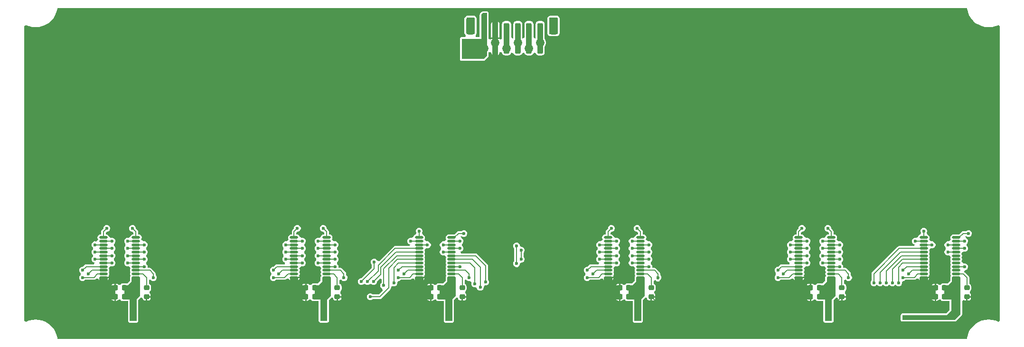
<source format=gbl>
G04*
G04 #@! TF.GenerationSoftware,Altium Limited,Altium Designer,21.3.2 (30)*
G04*
G04 Layer_Physical_Order=2*
G04 Layer_Color=16711680*
%FSLAX44Y44*%
%MOMM*%
G71*
G04*
G04 #@! TF.SameCoordinates,78750805-DB91-4CD3-9BAD-7DFD151DFB16*
G04*
G04*
G04 #@! TF.FilePolarity,Positive*
G04*
G01*
G75*
%ADD10C,0.2000*%
%ADD20C,0.6000*%
%ADD21C,1.5000*%
G04:AMPARAMS|DCode=22|XSize=0.95mm|YSize=0.9mm|CornerRadius=0.225mm|HoleSize=0mm|Usage=FLASHONLY|Rotation=180.000|XOffset=0mm|YOffset=0mm|HoleType=Round|Shape=RoundedRectangle|*
%AMROUNDEDRECTD22*
21,1,0.9500,0.4500,0,0,180.0*
21,1,0.5000,0.9000,0,0,180.0*
1,1,0.4500,-0.2500,0.2250*
1,1,0.4500,0.2500,0.2250*
1,1,0.4500,0.2500,-0.2250*
1,1,0.4500,-0.2500,-0.2250*
%
%ADD22ROUNDEDRECTD22*%
G04:AMPARAMS|DCode=23|XSize=0.95mm|YSize=0.9mm|CornerRadius=0.225mm|HoleSize=0mm|Usage=FLASHONLY|Rotation=90.000|XOffset=0mm|YOffset=0mm|HoleType=Round|Shape=RoundedRectangle|*
%AMROUNDEDRECTD23*
21,1,0.9500,0.4500,0,0,90.0*
21,1,0.5000,0.9000,0,0,90.0*
1,1,0.4500,0.2250,0.2500*
1,1,0.4500,0.2250,-0.2500*
1,1,0.4500,-0.2250,-0.2500*
1,1,0.4500,-0.2250,0.2500*
%
%ADD23ROUNDEDRECTD23*%
%ADD24O,1.5000X0.4500*%
G04:AMPARAMS|DCode=25|XSize=1.6mm|YSize=3mm|CornerRadius=0.4mm|HoleSize=0mm|Usage=FLASHONLY|Rotation=0.000|XOffset=0mm|YOffset=0mm|HoleType=Round|Shape=RoundedRectangle|*
%AMROUNDEDRECTD25*
21,1,1.6000,2.2000,0,0,0.0*
21,1,0.8000,3.0000,0,0,0.0*
1,1,0.8000,0.4000,-1.1000*
1,1,0.8000,-0.4000,-1.1000*
1,1,0.8000,-0.4000,1.1000*
1,1,0.8000,0.4000,1.1000*
%
%ADD25ROUNDEDRECTD25*%
G04:AMPARAMS|DCode=26|XSize=1mm|YSize=5.5mm|CornerRadius=0.25mm|HoleSize=0mm|Usage=FLASHONLY|Rotation=0.000|XOffset=0mm|YOffset=0mm|HoleType=Round|Shape=RoundedRectangle|*
%AMROUNDEDRECTD26*
21,1,1.0000,5.0000,0,0,0.0*
21,1,0.5000,5.5000,0,0,0.0*
1,1,0.5000,0.2500,-2.5000*
1,1,0.5000,-0.2500,-2.5000*
1,1,0.5000,-0.2500,2.5000*
1,1,0.5000,0.2500,2.5000*
%
%ADD26ROUNDEDRECTD26*%
%ADD27C,1.0000*%
G36*
X1661093Y593838D02*
X1662536Y587827D01*
X1664902Y582117D01*
X1668132Y576846D01*
X1672146Y572146D01*
X1676846Y568132D01*
X1682117Y564902D01*
X1687827Y562537D01*
X1693838Y561093D01*
X1700000Y560609D01*
X1706162Y561093D01*
X1712173Y562537D01*
X1716902Y564496D01*
X1719902Y563001D01*
Y36999D01*
X1716902Y35505D01*
X1712173Y37464D01*
X1706162Y38907D01*
X1700000Y39391D01*
X1693838Y38907D01*
X1687827Y37464D01*
X1682117Y35098D01*
X1676846Y31868D01*
X1672146Y27854D01*
X1668132Y23154D01*
X1664902Y17883D01*
X1662536Y12173D01*
X1661093Y6162D01*
X1661010Y5098D01*
X38990D01*
X38907Y6162D01*
X37464Y12173D01*
X35098Y17883D01*
X31868Y23154D01*
X27854Y27854D01*
X23154Y31868D01*
X17883Y35098D01*
X12173Y37464D01*
X6162Y38907D01*
X0Y39391D01*
X-6162Y38907D01*
X-12173Y37464D01*
X-16902Y35504D01*
X-19902Y36999D01*
Y563001D01*
X-16902Y564496D01*
X-12173Y562537D01*
X-6162Y561093D01*
X0Y560609D01*
X6162Y561093D01*
X12173Y562537D01*
X17883Y564902D01*
X23154Y568132D01*
X27854Y572146D01*
X31868Y576846D01*
X35098Y582117D01*
X37464Y587827D01*
X38907Y593838D01*
X38990Y594902D01*
X1661010D01*
X1661093Y593838D01*
D02*
G37*
%LPC*%
G36*
X928000Y581060D02*
X920000D01*
X919541Y581000D01*
X917806D01*
X915601Y580087D01*
X913913Y578399D01*
X913000Y576194D01*
Y574459D01*
X912940Y574000D01*
Y552000D01*
X913000Y551541D01*
Y549807D01*
X913913Y547601D01*
X915601Y545913D01*
X917806Y545000D01*
X919541D01*
X920000Y544940D01*
X928000D01*
X928459Y545000D01*
X930193D01*
X932399Y545913D01*
X934087Y547601D01*
X935000Y549807D01*
Y551542D01*
X935060Y552000D01*
Y574000D01*
X935000Y574458D01*
Y576194D01*
X934087Y578399D01*
X932399Y580087D01*
X930193Y581000D01*
X928459D01*
X928000Y581060D01*
D02*
G37*
G36*
X805000Y589059D02*
X798000D01*
X796829Y588826D01*
X795837Y588163D01*
X795837Y588163D01*
X792837Y585163D01*
X792174Y584171D01*
X791941Y583000D01*
X791941Y583000D01*
Y566246D01*
X791892Y566000D01*
Y543059D01*
X785346D01*
X784594Y545324D01*
X784544Y546059D01*
X786087Y547601D01*
X787000Y549807D01*
Y551542D01*
X787060Y552000D01*
Y574000D01*
X787000Y574458D01*
Y576194D01*
X786087Y578399D01*
X784399Y580087D01*
X782194Y581000D01*
X780459D01*
X780000Y581060D01*
X772000D01*
X771541Y581000D01*
X769807D01*
X767601Y580087D01*
X765913Y578399D01*
X765000Y576194D01*
Y574459D01*
X764940Y574000D01*
Y552000D01*
X765000Y551541D01*
Y549807D01*
X765913Y547601D01*
X767456Y546059D01*
X767406Y545324D01*
X766654Y543059D01*
X760000D01*
X758829Y542826D01*
X757837Y542163D01*
X757174Y541171D01*
X756941Y540000D01*
Y504000D01*
X757174Y502830D01*
X757837Y501837D01*
X758829Y501174D01*
X760000Y500941D01*
X799000D01*
X799000Y500941D01*
X800171Y501174D01*
X801163Y501837D01*
X801163Y501837D01*
X807163Y507837D01*
X807826Y508829D01*
X808059Y510000D01*
X808059Y510000D01*
Y515754D01*
X808074Y515828D01*
X808397Y516265D01*
X809402Y517187D01*
X812165Y516094D01*
X812418Y515920D01*
X812790Y514049D01*
X813895Y512395D01*
X815549Y511290D01*
X817500Y510902D01*
X818750D01*
Y539750D01*
X812042D01*
X811108Y538847D01*
X808108Y540120D01*
Y566000D01*
X808059Y566246D01*
Y586000D01*
X807826Y587170D01*
X807163Y588163D01*
X806171Y588826D01*
X805000Y589059D01*
D02*
G37*
G36*
X822500Y571098D02*
X821250D01*
Y542250D01*
X827598D01*
Y566000D01*
X827210Y567951D01*
X826105Y569605D01*
X824451Y570710D01*
X822500Y571098D01*
D02*
G37*
G36*
X818750D02*
X817500D01*
X815549Y570710D01*
X813895Y569605D01*
X812790Y567951D01*
X812402Y566000D01*
Y542250D01*
X818750D01*
Y571098D01*
D02*
G37*
G36*
X902500Y571608D02*
X897500D01*
X895354Y571181D01*
X893535Y569965D01*
X892319Y568146D01*
X891892Y566000D01*
Y541489D01*
X891108Y540813D01*
X888108Y542187D01*
Y566000D01*
X887681Y568146D01*
X886465Y569965D01*
X884646Y571181D01*
X882500Y571608D01*
X877500D01*
X875354Y571181D01*
X873535Y569965D01*
X872319Y568146D01*
X871892Y566000D01*
Y542187D01*
X868892Y540813D01*
X868108Y541490D01*
Y566000D01*
X867681Y568146D01*
X866465Y569965D01*
X864646Y571181D01*
X862500Y571608D01*
X857500D01*
X855354Y571181D01*
X853535Y569965D01*
X852319Y568146D01*
X851892Y566000D01*
Y541489D01*
X851108Y540813D01*
X848108Y542187D01*
Y566000D01*
X847681Y568146D01*
X846465Y569965D01*
X844646Y571181D01*
X842500Y571608D01*
X837500D01*
X835354Y571181D01*
X833535Y569965D01*
X832319Y568146D01*
X831892Y566000D01*
Y540120D01*
X828892Y538848D01*
X827959Y539750D01*
X821250D01*
Y510902D01*
X822500D01*
X824451Y511290D01*
X826105Y512395D01*
X827210Y514049D01*
X827582Y515920D01*
X827835Y516094D01*
X830598Y517187D01*
X831603Y516265D01*
X831926Y515829D01*
X832319Y513854D01*
X833535Y512035D01*
X835354Y510819D01*
X837500Y510392D01*
X842500D01*
X844646Y510819D01*
X846465Y512035D01*
X847681Y513854D01*
X847851Y514707D01*
X848979Y515561D01*
X852238Y514264D01*
X852319Y513854D01*
X853535Y512035D01*
X855354Y510819D01*
X857500Y510392D01*
X862500D01*
X864646Y510819D01*
X866465Y512035D01*
X867681Y513854D01*
X867762Y514264D01*
X871021Y515561D01*
X872149Y514708D01*
X872319Y513854D01*
X873535Y512035D01*
X875354Y510819D01*
X877500Y510392D01*
X882500D01*
X884646Y510819D01*
X886465Y512035D01*
X887681Y513854D01*
X887851Y514707D01*
X888979Y515561D01*
X892238Y514264D01*
X892319Y513854D01*
X893535Y512035D01*
X895354Y510819D01*
X897500Y510392D01*
X902500D01*
X904646Y510819D01*
X906465Y512035D01*
X907681Y513854D01*
X908108Y516000D01*
Y526259D01*
X908402Y526553D01*
X909784Y528947D01*
X910500Y531618D01*
Y534382D01*
X909784Y537053D01*
X908402Y539447D01*
X908108Y539742D01*
Y566000D01*
X907681Y568146D01*
X906465Y569965D01*
X904646Y571181D01*
X902500Y571608D01*
D02*
G37*
G36*
X1665193Y199000D02*
X1662807D01*
X1660601Y198086D01*
X1659593Y197078D01*
X1654500D01*
X1654500Y197078D01*
X1652939Y196768D01*
X1651616Y195884D01*
X1651616Y195884D01*
X1646835Y191103D01*
X1636750D01*
X1634702Y190695D01*
X1632965Y189535D01*
X1631805Y187799D01*
X1631397Y185750D01*
X1631805Y183702D01*
X1632608Y182500D01*
X1631805Y181298D01*
X1631647Y180508D01*
X1629053Y178763D01*
X1628460Y178640D01*
X1628194Y178750D01*
X1625806D01*
X1623601Y177837D01*
X1621913Y176149D01*
X1621000Y173944D01*
Y171557D01*
X1621913Y169351D01*
X1623304Y167961D01*
X1623467Y166250D01*
X1623304Y164539D01*
X1621913Y163149D01*
X1621000Y160944D01*
Y158557D01*
X1621913Y156351D01*
X1623601Y154663D01*
X1625806Y153750D01*
X1628194D01*
X1628460Y153860D01*
X1629053Y153737D01*
X1631647Y151992D01*
X1631805Y151202D01*
X1632608Y150000D01*
X1631805Y148799D01*
X1631397Y146750D01*
X1631805Y144702D01*
X1632608Y143500D01*
X1631805Y142298D01*
X1631397Y140250D01*
X1631805Y138202D01*
X1632608Y137000D01*
X1631805Y135799D01*
X1631397Y133750D01*
X1631805Y131702D01*
X1632608Y130500D01*
X1631805Y129298D01*
X1631397Y127250D01*
X1631805Y125202D01*
X1632608Y124000D01*
X1631805Y122799D01*
X1631397Y120750D01*
X1631805Y118702D01*
X1632608Y117500D01*
X1631805Y116298D01*
X1631397Y114250D01*
X1631441Y114029D01*
Y108767D01*
X1626483Y103809D01*
X1623472D01*
X1623250Y103853D01*
X1618750D01*
X1616702Y103445D01*
X1614965Y102285D01*
X1614366Y101389D01*
X1614298Y101362D01*
X1611430Y101268D01*
X1611033Y101389D01*
X1610675Y101925D01*
X1609103Y102974D01*
X1607250Y103343D01*
X1606250D01*
Y96000D01*
X1605000D01*
Y80000D01*
X1606250D01*
Y72657D01*
X1607250D01*
X1609103Y73026D01*
X1610675Y74075D01*
X1611033Y74611D01*
X1611430Y74732D01*
X1614298Y74638D01*
X1614366Y74611D01*
X1614965Y73715D01*
X1616702Y72555D01*
X1618750Y72147D01*
X1623250D01*
X1623472Y72191D01*
X1629941D01*
Y56267D01*
X1623733Y50059D01*
X1546000D01*
X1544830Y49826D01*
X1543837Y49163D01*
X1543174Y48170D01*
X1542941Y47000D01*
Y39000D01*
X1543174Y37829D01*
X1543837Y36837D01*
X1544830Y36174D01*
X1546000Y35941D01*
X1640000D01*
X1641171Y36174D01*
X1642163Y36837D01*
X1651663Y46337D01*
X1652326Y47329D01*
X1652559Y48500D01*
X1652559Y48500D01*
Y72692D01*
X1653736Y73456D01*
X1655559Y74002D01*
X1656647Y73276D01*
X1658500Y72907D01*
X1659750D01*
Y80000D01*
X1661000D01*
Y81250D01*
X1668343D01*
Y82250D01*
X1667974Y84103D01*
X1666925Y85675D01*
X1666389Y86033D01*
X1666268Y86430D01*
X1666362Y89298D01*
X1666389Y89366D01*
X1667285Y89965D01*
X1668445Y91702D01*
X1668853Y93750D01*
Y98250D01*
X1668445Y100299D01*
X1667285Y102035D01*
X1665549Y103195D01*
X1665078Y103289D01*
Y114250D01*
X1665078Y114250D01*
X1664768Y115811D01*
X1663884Y117134D01*
X1663884Y117134D01*
X1657384Y123634D01*
X1656365Y124315D01*
X1656100Y125569D01*
X1657885Y127750D01*
X1658194D01*
X1660399Y128664D01*
X1662086Y130351D01*
X1663000Y132557D01*
Y134944D01*
X1662086Y137149D01*
X1660399Y138837D01*
X1658194Y139750D01*
X1655806D01*
X1655540Y139640D01*
X1654947Y139763D01*
X1652353Y141508D01*
X1652195Y142298D01*
X1651393Y143500D01*
X1652195Y144702D01*
X1652603Y146750D01*
X1652195Y148799D01*
X1651393Y150000D01*
X1652195Y151202D01*
X1652603Y153250D01*
X1652195Y155298D01*
X1651393Y156500D01*
X1652195Y157702D01*
X1652353Y158492D01*
X1654947Y160237D01*
X1655540Y160360D01*
X1655806Y160250D01*
X1658194D01*
X1660399Y161164D01*
X1662086Y162851D01*
X1663000Y165056D01*
Y167444D01*
X1662086Y169649D01*
X1660696Y171039D01*
X1660533Y172750D01*
X1660696Y174461D01*
X1662086Y175851D01*
X1663000Y178057D01*
Y180443D01*
X1662086Y182649D01*
X1660399Y184337D01*
X1659250Y184813D01*
X1657972Y187441D01*
X1660601Y187913D01*
X1662807Y187000D01*
X1665193D01*
X1667399Y187913D01*
X1669087Y189601D01*
X1670000Y191807D01*
Y194193D01*
X1669087Y196399D01*
X1667399Y198086D01*
X1665193Y199000D01*
D02*
G37*
G36*
X765193D02*
X762806D01*
X760601Y198086D01*
X759593Y197078D01*
X754500D01*
X754500Y197078D01*
X752939Y196768D01*
X751616Y195884D01*
X751616Y195884D01*
X746835Y191103D01*
X736750D01*
X734702Y190695D01*
X732965Y189535D01*
X731805Y187799D01*
X731397Y185750D01*
X731805Y183702D01*
X732607Y182500D01*
X731805Y181298D01*
X731647Y180508D01*
X729053Y178763D01*
X728460Y178640D01*
X728194Y178750D01*
X725807D01*
X723601Y177837D01*
X721913Y176149D01*
X721000Y173944D01*
Y171557D01*
X721913Y169351D01*
X723304Y167961D01*
X723467Y166250D01*
X723304Y164539D01*
X721913Y163149D01*
X721000Y160944D01*
Y158557D01*
X721913Y156351D01*
X723601Y154663D01*
X725807Y153750D01*
X728194D01*
X728460Y153860D01*
X729053Y153737D01*
X731647Y151992D01*
X731805Y151202D01*
X732607Y150000D01*
X731805Y148799D01*
X731397Y146750D01*
X731805Y144702D01*
X732607Y143500D01*
X731805Y142298D01*
X731397Y140250D01*
X731805Y138202D01*
X732607Y137000D01*
X731805Y135799D01*
X731397Y133750D01*
X731805Y131702D01*
X732607Y130500D01*
X731805Y129298D01*
X731397Y127250D01*
X731805Y125202D01*
X732607Y124000D01*
X731805Y122799D01*
X731397Y120750D01*
X731805Y118702D01*
X732607Y117500D01*
X731805Y116298D01*
X731397Y114250D01*
X731441Y114029D01*
Y108767D01*
X726483Y103809D01*
X723472D01*
X723250Y103853D01*
X718750D01*
X716702Y103445D01*
X714965Y102285D01*
X714366Y101389D01*
X714298Y101362D01*
X711430Y101268D01*
X711033Y101389D01*
X710675Y101925D01*
X709103Y102974D01*
X707250Y103343D01*
X706250D01*
Y96000D01*
X705000D01*
Y80000D01*
X706250D01*
Y72657D01*
X707250D01*
X709103Y73026D01*
X710675Y74075D01*
X711033Y74611D01*
X711430Y74732D01*
X714298Y74638D01*
X714366Y74611D01*
X714965Y73715D01*
X716702Y72555D01*
X718750Y72147D01*
X723250D01*
X723472Y72191D01*
X727941D01*
Y37000D01*
X728174Y35830D01*
X728837Y34837D01*
X729829Y34174D01*
X731000Y33941D01*
X743250D01*
X744420Y34174D01*
X745413Y34837D01*
X746076Y35830D01*
X746309Y37000D01*
Y73983D01*
X750657Y78331D01*
X752251Y78022D01*
X753767Y77198D01*
X754026Y75897D01*
X755075Y74325D01*
X756647Y73276D01*
X758500Y72907D01*
X759750D01*
Y80000D01*
X761000D01*
Y81250D01*
X768343D01*
Y82250D01*
X767974Y84103D01*
X766925Y85675D01*
X766389Y86033D01*
X766268Y86430D01*
X766362Y89298D01*
X766389Y89366D01*
X767285Y89965D01*
X768445Y91702D01*
X768853Y93750D01*
Y98250D01*
X768445Y100299D01*
X767285Y102035D01*
X765548Y103195D01*
X765078Y103289D01*
Y109856D01*
X767263Y110623D01*
X768078Y110686D01*
X769601Y109163D01*
X771806Y108250D01*
X774193D01*
X777215Y106340D01*
X777520Y105449D01*
X777000Y104193D01*
Y101806D01*
X777914Y99601D01*
X779601Y97913D01*
X781806Y97000D01*
X784193D01*
X787000Y95807D01*
X787913Y93601D01*
X789601Y91913D01*
X791806Y91000D01*
X794193D01*
X796399Y91913D01*
X798086Y93601D01*
X799000Y95807D01*
Y97915D01*
X799926Y98939D01*
X801435Y100154D01*
X801806Y100000D01*
X804193D01*
X806399Y100913D01*
X808086Y102601D01*
X809000Y104806D01*
Y107193D01*
X808086Y109399D01*
X807078Y110407D01*
Y135000D01*
X806768Y136561D01*
X805884Y137884D01*
X787634Y156134D01*
X786311Y157018D01*
X784750Y157328D01*
X784750Y157328D01*
X758383D01*
X758194Y160250D01*
X760399Y161164D01*
X762086Y162851D01*
X763000Y165056D01*
Y167444D01*
X762086Y169649D01*
X760696Y171039D01*
X760533Y172750D01*
X760696Y174461D01*
X762086Y175851D01*
X763000Y178057D01*
Y180443D01*
X762086Y182649D01*
X760399Y184337D01*
X759249Y184813D01*
X757972Y187441D01*
X760601Y187913D01*
X762806Y187000D01*
X765193D01*
X767399Y187913D01*
X769087Y189601D01*
X770000Y191807D01*
Y194193D01*
X769087Y196399D01*
X767399Y198086D01*
X765193Y199000D01*
D02*
G37*
G36*
X514193Y208000D02*
X511806D01*
X509601Y207087D01*
X507914Y205399D01*
X507000Y203193D01*
Y200807D01*
X507914Y198601D01*
X509601Y196913D01*
X511806Y196000D01*
X513232D01*
X514922Y194311D01*
Y191103D01*
X513750D01*
X511702Y190695D01*
X509965Y189535D01*
X508805Y187799D01*
X508647Y187008D01*
X506053Y185263D01*
X505460Y185140D01*
X505193Y185250D01*
X502807D01*
X500601Y184337D01*
X498913Y182649D01*
X498000Y180443D01*
Y178057D01*
X498913Y175851D01*
X500304Y174461D01*
X500467Y172750D01*
X500304Y171039D01*
X498913Y169649D01*
X498000Y167444D01*
Y165056D01*
X498913Y162851D01*
X500304Y161461D01*
X500467Y159750D01*
X500304Y158039D01*
X498913Y156649D01*
X498000Y154444D01*
Y152057D01*
X498913Y149851D01*
X500304Y148461D01*
X500467Y146750D01*
X500304Y145039D01*
X498913Y143649D01*
X498000Y141444D01*
Y139057D01*
X498913Y136851D01*
X500601Y135163D01*
X502807Y134250D01*
X505193D01*
X505460Y134360D01*
X506053Y134237D01*
X508647Y132492D01*
X508805Y131702D01*
X509608Y130500D01*
X508805Y129298D01*
X508397Y127250D01*
X508805Y125202D01*
X509608Y124000D01*
X508805Y122799D01*
X508397Y120750D01*
X508805Y118702D01*
X509608Y117500D01*
X508805Y116298D01*
X508397Y114250D01*
X508441Y114029D01*
Y108767D01*
X503483Y103809D01*
X500472D01*
X500250Y103853D01*
X495750D01*
X493702Y103445D01*
X491965Y102285D01*
X491366Y101389D01*
X491298Y101362D01*
X488430Y101268D01*
X488033Y101389D01*
X487675Y101925D01*
X486103Y102974D01*
X484250Y103343D01*
X483250D01*
Y96000D01*
X482000D01*
Y94750D01*
X482000D01*
Y81250D01*
X482000D01*
Y80000D01*
X483250D01*
Y72657D01*
X484250D01*
X486103Y73026D01*
X487675Y74075D01*
X488033Y74611D01*
X488430Y74732D01*
X491298Y74638D01*
X491366Y74611D01*
X491965Y73715D01*
X493702Y72555D01*
X495750Y72147D01*
X500250D01*
X500472Y72191D01*
X504941D01*
Y37000D01*
X505174Y35830D01*
X505837Y34837D01*
X506829Y34174D01*
X508000Y33941D01*
X520250D01*
X521421Y34174D01*
X522413Y34837D01*
X523076Y35830D01*
X523309Y37000D01*
Y73983D01*
X527657Y78331D01*
X529251Y78022D01*
X530767Y77198D01*
X531026Y75897D01*
X532075Y74325D01*
X533647Y73276D01*
X535500Y72907D01*
X536750D01*
Y80000D01*
X538000D01*
Y81250D01*
X545343D01*
Y82250D01*
X544974Y84103D01*
X543925Y85675D01*
X543389Y86033D01*
X543268Y86430D01*
X543362Y89298D01*
X543389Y89366D01*
X544285Y89965D01*
X545445Y91702D01*
X545853Y93750D01*
Y98250D01*
X545445Y100299D01*
X544285Y102035D01*
X542548Y103195D01*
X542078Y103289D01*
Y109856D01*
X544263Y110623D01*
X545078Y110686D01*
X546601Y109163D01*
X548806Y108250D01*
X551194D01*
X553399Y109163D01*
X555087Y110851D01*
X556000Y113056D01*
Y115443D01*
X555087Y117649D01*
X554078Y118657D01*
Y121000D01*
X554078Y121000D01*
X553768Y122561D01*
X552884Y123884D01*
X546634Y130134D01*
X545311Y131018D01*
X543750Y131328D01*
X543750Y131328D01*
X540821D01*
X540000Y132557D01*
Y134944D01*
X539087Y137149D01*
X537696Y138539D01*
X537533Y140250D01*
X537696Y141961D01*
X539087Y143351D01*
X540000Y145557D01*
Y147943D01*
X539087Y150149D01*
X537696Y151539D01*
X537533Y153250D01*
X537696Y154961D01*
X539087Y156351D01*
X540000Y158557D01*
Y160944D01*
X539087Y163149D01*
X537696Y164539D01*
X537533Y166250D01*
X537696Y167961D01*
X539087Y169351D01*
X540000Y171557D01*
Y173944D01*
X539087Y176149D01*
X537399Y177837D01*
X535193Y178750D01*
X532807D01*
X532540Y178640D01*
X531947Y178763D01*
X529353Y180508D01*
X529195Y181298D01*
X528392Y182500D01*
X529195Y183702D01*
X529603Y185750D01*
X529195Y187799D01*
X528035Y189535D01*
X526298Y190695D01*
X524250Y191103D01*
X523078D01*
Y196000D01*
X523078Y196000D01*
X522768Y197561D01*
X521884Y198884D01*
X521884Y198884D01*
X519000Y201768D01*
Y203193D01*
X518087Y205399D01*
X516399Y207087D01*
X514193Y208000D01*
D02*
G37*
G36*
X174193D02*
X171807D01*
X169601Y207087D01*
X167913Y205399D01*
X167000Y203193D01*
Y200807D01*
X167913Y198601D01*
X169601Y196913D01*
X171807Y196000D01*
X173232D01*
X174922Y194311D01*
Y191103D01*
X173750D01*
X171702Y190695D01*
X169965Y189535D01*
X168805Y187799D01*
X168647Y187008D01*
X166053Y185263D01*
X165460Y185140D01*
X165194Y185250D01*
X162806D01*
X160601Y184337D01*
X158913Y182649D01*
X158000Y180443D01*
Y178057D01*
X158913Y175851D01*
X160304Y174461D01*
X160467Y172750D01*
X160304Y171039D01*
X158913Y169649D01*
X158000Y167444D01*
Y165056D01*
X158913Y162851D01*
X160304Y161461D01*
X160467Y159750D01*
X160304Y158039D01*
X158913Y156649D01*
X158000Y154444D01*
Y152057D01*
X158913Y149851D01*
X160304Y148461D01*
X160467Y146750D01*
X160304Y145039D01*
X158913Y143649D01*
X158000Y141444D01*
Y139057D01*
X158913Y136851D01*
X160601Y135163D01*
X162806Y134250D01*
X165194D01*
X165460Y134360D01*
X166053Y134237D01*
X168647Y132492D01*
X168805Y131702D01*
X169608Y130500D01*
X168805Y129298D01*
X168397Y127250D01*
X168805Y125202D01*
X169608Y124000D01*
X168805Y122799D01*
X168397Y120750D01*
X168805Y118702D01*
X169608Y117500D01*
X168805Y116298D01*
X168397Y114250D01*
X168441Y114029D01*
Y108767D01*
X163483Y103809D01*
X160472D01*
X160250Y103853D01*
X155750D01*
X153702Y103445D01*
X151965Y102285D01*
X151366Y101389D01*
X151298Y101362D01*
X148430Y101268D01*
X148033Y101389D01*
X147675Y101925D01*
X146103Y102974D01*
X144250Y103343D01*
X143250D01*
Y96000D01*
X142000D01*
Y94750D01*
D01*
Y80000D01*
X143250D01*
Y72657D01*
X144250D01*
X146103Y73026D01*
X147675Y74075D01*
X148033Y74611D01*
X148430Y74732D01*
X151298Y74638D01*
X151366Y74611D01*
X151965Y73715D01*
X153702Y72555D01*
X155750Y72147D01*
X160250D01*
X160472Y72191D01*
X164941D01*
Y37000D01*
X165174Y35830D01*
X165837Y34837D01*
X166829Y34174D01*
X168000Y33941D01*
X180250D01*
X181420Y34174D01*
X182413Y34837D01*
X183076Y35830D01*
X183309Y37000D01*
Y73983D01*
X187657Y78331D01*
X189251Y78022D01*
X190767Y77198D01*
X191026Y75897D01*
X192075Y74325D01*
X193647Y73276D01*
X195500Y72907D01*
X196750D01*
Y80000D01*
X198000D01*
Y81250D01*
X205343D01*
Y82250D01*
X204974Y84103D01*
X203925Y85675D01*
X203389Y86033D01*
X203268Y86430D01*
X203362Y89298D01*
X203389Y89366D01*
X204285Y89965D01*
X205445Y91702D01*
X205853Y93750D01*
Y98250D01*
X205445Y100299D01*
X204285Y102035D01*
X202549Y103195D01*
X202078Y103289D01*
Y109856D01*
X204263Y110623D01*
X205078Y110686D01*
X206601Y109163D01*
X208806Y108250D01*
X211194D01*
X213399Y109163D01*
X215087Y110851D01*
X216000Y113056D01*
Y115443D01*
X215087Y117649D01*
X214078Y118657D01*
Y121000D01*
X214078Y121000D01*
X213768Y122561D01*
X212884Y123884D01*
X206634Y130134D01*
X205311Y131018D01*
X203750Y131328D01*
X203750Y131328D01*
X200821D01*
X200000Y132557D01*
Y134944D01*
X199086Y137149D01*
X197696Y138539D01*
X197533Y140250D01*
X197696Y141961D01*
X199086Y143351D01*
X200000Y145557D01*
Y147943D01*
X199086Y150149D01*
X197696Y151539D01*
X197533Y153250D01*
X197696Y154961D01*
X199086Y156351D01*
X200000Y158557D01*
Y160944D01*
X199086Y163149D01*
X197696Y164539D01*
X197533Y166250D01*
X197696Y167961D01*
X199086Y169351D01*
X200000Y171557D01*
Y173944D01*
X199086Y176149D01*
X197399Y177837D01*
X195194Y178750D01*
X192806D01*
X192540Y178640D01*
X191947Y178763D01*
X189353Y180508D01*
X189195Y181298D01*
X188393Y182500D01*
X189195Y183702D01*
X189603Y185750D01*
X189195Y187799D01*
X188035Y189535D01*
X186298Y190695D01*
X184250Y191103D01*
X183078D01*
Y196000D01*
X183078Y196000D01*
X182768Y197561D01*
X181884Y198884D01*
X181884Y198884D01*
X179000Y201768D01*
Y203193D01*
X178087Y205399D01*
X176399Y207087D01*
X174193Y208000D01*
D02*
G37*
G36*
X1585193Y203000D02*
X1582807D01*
X1580601Y202087D01*
X1578914Y200399D01*
X1578000Y198193D01*
Y195807D01*
X1578712Y194087D01*
X1578716Y193744D01*
X1578176Y192228D01*
X1577431Y190841D01*
X1576702Y190695D01*
X1574965Y189535D01*
X1573805Y187799D01*
X1573647Y187008D01*
X1571053Y185263D01*
X1570460Y185140D01*
X1570193Y185250D01*
X1567807D01*
X1565601Y184337D01*
X1563914Y182649D01*
X1563000Y180443D01*
Y178057D01*
X1563914Y175851D01*
X1565601Y174163D01*
X1567807Y173250D01*
X1567617Y170328D01*
X1540250D01*
X1538689Y170018D01*
X1537366Y169134D01*
X1537366Y169134D01*
X1492116Y123884D01*
X1491232Y122561D01*
X1490922Y121000D01*
X1490922Y121000D01*
Y109407D01*
X1489913Y108399D01*
X1489000Y106194D01*
Y103806D01*
X1489913Y101601D01*
X1491601Y99913D01*
X1493806Y99000D01*
X1496194D01*
X1498399Y99913D01*
X1498540Y100055D01*
X1500500Y101332D01*
X1502460Y100055D01*
X1502601Y99913D01*
X1504807Y99000D01*
X1507193D01*
X1509399Y99913D01*
X1509540Y100055D01*
X1511500Y101332D01*
X1513460Y100055D01*
X1513601Y99913D01*
X1515806Y99000D01*
X1518194D01*
X1520399Y99913D01*
X1520540Y100055D01*
X1522500Y101332D01*
X1524460Y100055D01*
X1524601Y99913D01*
X1526806Y99000D01*
X1529194D01*
X1531399Y99913D01*
X1531540Y100055D01*
X1533500Y101332D01*
X1535460Y100055D01*
X1535601Y99913D01*
X1537807Y99000D01*
X1540193D01*
X1542399Y99913D01*
X1544086Y101601D01*
X1545000Y103806D01*
Y105478D01*
X1545277Y106432D01*
X1547395Y108250D01*
X1548194D01*
X1550399Y109164D01*
X1551407Y110172D01*
X1567000D01*
X1567000Y110172D01*
X1568561Y110482D01*
X1569884Y111366D01*
X1571167Y112649D01*
X1572328Y112555D01*
X1574629Y111868D01*
X1575325Y110826D01*
X1576500Y110041D01*
Y114250D01*
X1582750D01*
Y114250D01*
X1584000D01*
Y115397D01*
X1589250D01*
X1589770Y115500D01*
X1593844D01*
X1593724Y116103D01*
X1593092Y117050D01*
X1594195Y118702D01*
X1594603Y120750D01*
X1594195Y122799D01*
X1593392Y124000D01*
X1594195Y125202D01*
X1594603Y127250D01*
X1594195Y129298D01*
X1593392Y130500D01*
X1594195Y131702D01*
X1594603Y133750D01*
X1594195Y135799D01*
X1593392Y137000D01*
X1594195Y138202D01*
X1594603Y140250D01*
X1594195Y142298D01*
X1593392Y143500D01*
X1594195Y144702D01*
X1594603Y146750D01*
X1594195Y148799D01*
X1593392Y150000D01*
X1594195Y151202D01*
X1594603Y153250D01*
X1594195Y155298D01*
X1593392Y156500D01*
X1594195Y157702D01*
X1594603Y159750D01*
X1594195Y161798D01*
X1593392Y163000D01*
X1594195Y164202D01*
X1594353Y164992D01*
X1596947Y166737D01*
X1597540Y166860D01*
X1597807Y166750D01*
X1600193D01*
X1602399Y167663D01*
X1604087Y169351D01*
X1605000Y171557D01*
Y173944D01*
X1604087Y176149D01*
X1602399Y177837D01*
X1600193Y178750D01*
X1597807D01*
X1597540Y178640D01*
X1596947Y178763D01*
X1594353Y180508D01*
X1594195Y181298D01*
X1593392Y182500D01*
X1594195Y183702D01*
X1594603Y185750D01*
X1594195Y187799D01*
X1593035Y189535D01*
X1591298Y190695D01*
X1590569Y190841D01*
X1589824Y192228D01*
X1589283Y193744D01*
X1589288Y194087D01*
X1590000Y195807D01*
Y198193D01*
X1589087Y200399D01*
X1587399Y202087D01*
X1585193Y203000D01*
D02*
G37*
G36*
X1414194Y208000D02*
X1411806D01*
X1409601Y207087D01*
X1407913Y205399D01*
X1407000Y203193D01*
Y200807D01*
X1407913Y198601D01*
X1409601Y196913D01*
X1411806Y196000D01*
X1413232D01*
X1414922Y194311D01*
Y191103D01*
X1413750D01*
X1411702Y190695D01*
X1409965Y189535D01*
X1408805Y187799D01*
X1408647Y187008D01*
X1406053Y185263D01*
X1405460Y185140D01*
X1405193Y185250D01*
X1402807D01*
X1400601Y184337D01*
X1398913Y182649D01*
X1398000Y180443D01*
Y178057D01*
X1398913Y175851D01*
X1400304Y174461D01*
X1400467Y172750D01*
X1400304Y171039D01*
X1398913Y169649D01*
X1398000Y167444D01*
Y165056D01*
X1398913Y162851D01*
X1400304Y161461D01*
X1400467Y159750D01*
X1400304Y158039D01*
X1398913Y156649D01*
X1398000Y154444D01*
Y152057D01*
X1398913Y149851D01*
X1400304Y148461D01*
X1400467Y146750D01*
X1400304Y145039D01*
X1398913Y143649D01*
X1398000Y141444D01*
Y139057D01*
X1398913Y136851D01*
X1400601Y135163D01*
X1402807Y134250D01*
X1405193D01*
X1405460Y134360D01*
X1406053Y134237D01*
X1408647Y132492D01*
X1408805Y131702D01*
X1409608Y130500D01*
X1408805Y129298D01*
X1408397Y127250D01*
X1408805Y125202D01*
X1409608Y124000D01*
X1408805Y122799D01*
X1408397Y120750D01*
X1408805Y118702D01*
X1409608Y117500D01*
X1408805Y116298D01*
X1408397Y114250D01*
X1408441Y114029D01*
Y108767D01*
X1403483Y103809D01*
X1400471D01*
X1400250Y103853D01*
X1395750D01*
X1393702Y103445D01*
X1391965Y102285D01*
X1391366Y101389D01*
X1391298Y101362D01*
X1388430Y101268D01*
X1388033Y101389D01*
X1387675Y101925D01*
X1386103Y102974D01*
X1384250Y103343D01*
X1383250D01*
Y96000D01*
X1382000D01*
Y80000D01*
X1383250D01*
Y72657D01*
X1384250D01*
X1386103Y73026D01*
X1387675Y74075D01*
X1388033Y74611D01*
X1388430Y74732D01*
X1391298Y74638D01*
X1391366Y74611D01*
X1391965Y73715D01*
X1393702Y72555D01*
X1395750Y72147D01*
X1400250D01*
X1400471Y72191D01*
X1404941D01*
Y37000D01*
X1405174Y35830D01*
X1405837Y34837D01*
X1406830Y34174D01*
X1408000Y33941D01*
X1420250D01*
X1421420Y34174D01*
X1422413Y34837D01*
X1423076Y35830D01*
X1423309Y37000D01*
Y73983D01*
X1427657Y78331D01*
X1429251Y78022D01*
X1430767Y77198D01*
X1431026Y75897D01*
X1432075Y74325D01*
X1433647Y73276D01*
X1435500Y72907D01*
X1436750D01*
Y80000D01*
X1438000D01*
Y81250D01*
X1445343D01*
Y82250D01*
X1444974Y84103D01*
X1443925Y85675D01*
X1443389Y86033D01*
X1443268Y86430D01*
X1443362Y89298D01*
X1443389Y89366D01*
X1444285Y89965D01*
X1445445Y91702D01*
X1445853Y93750D01*
Y98250D01*
X1445445Y100299D01*
X1444285Y102035D01*
X1442548Y103195D01*
X1442078Y103289D01*
Y109856D01*
X1444263Y110623D01*
X1445078Y110686D01*
X1446601Y109163D01*
X1448806Y108250D01*
X1451194D01*
X1453399Y109163D01*
X1455087Y110851D01*
X1456000Y113056D01*
Y115443D01*
X1455087Y117649D01*
X1454078Y118657D01*
Y121000D01*
X1454078Y121000D01*
X1453768Y122561D01*
X1452884Y123884D01*
X1446634Y130134D01*
X1445311Y131018D01*
X1443750Y131328D01*
X1443750Y131328D01*
X1440821D01*
X1440000Y132557D01*
Y134944D01*
X1439086Y137149D01*
X1437696Y138539D01*
X1437533Y140250D01*
X1437696Y141961D01*
X1439086Y143351D01*
X1440000Y145557D01*
Y147943D01*
X1439086Y150149D01*
X1437696Y151539D01*
X1437533Y153250D01*
X1437696Y154961D01*
X1439086Y156351D01*
X1440000Y158557D01*
Y160944D01*
X1439086Y163149D01*
X1437696Y164539D01*
X1437533Y166250D01*
X1437696Y167961D01*
X1439086Y169351D01*
X1440000Y171557D01*
Y173944D01*
X1439086Y176149D01*
X1437399Y177837D01*
X1435193Y178750D01*
X1432807D01*
X1432540Y178640D01*
X1431947Y178763D01*
X1429353Y180508D01*
X1429195Y181298D01*
X1428392Y182500D01*
X1429195Y183702D01*
X1429603Y185750D01*
X1429195Y187799D01*
X1428035Y189535D01*
X1426298Y190695D01*
X1424250Y191103D01*
X1423078D01*
Y196000D01*
X1423078Y196000D01*
X1422768Y197561D01*
X1421884Y198884D01*
X1421884Y198884D01*
X1419000Y201768D01*
Y203193D01*
X1418087Y205399D01*
X1416399Y207087D01*
X1414194Y208000D01*
D02*
G37*
G36*
X685193Y203000D02*
X682806D01*
X680601Y202087D01*
X678913Y200399D01*
X678000Y198193D01*
Y195807D01*
X678712Y194087D01*
X678717Y193744D01*
X678176Y192228D01*
X677431Y190841D01*
X676702Y190695D01*
X674965Y189535D01*
X673805Y187799D01*
X673647Y187008D01*
X671053Y185263D01*
X670460Y185140D01*
X670193Y185250D01*
X667806D01*
X665601Y184337D01*
X663913Y182649D01*
X663000Y180443D01*
Y178057D01*
X663913Y175851D01*
X665601Y174163D01*
X667806Y173250D01*
X667617Y170328D01*
X641250D01*
X641250Y170328D01*
X639689Y170018D01*
X638366Y169134D01*
X638366Y169134D01*
X612832Y143600D01*
X612651Y143574D01*
X609468Y144478D01*
X609087Y145399D01*
X607399Y147086D01*
X605193Y148000D01*
X602807D01*
X600601Y147086D01*
X598913Y145399D01*
X598000Y143194D01*
Y140807D01*
X598913Y138601D01*
X599922Y137593D01*
Y131689D01*
X581232Y113000D01*
X579807D01*
X577601Y112086D01*
X575914Y110399D01*
X575000Y108194D01*
Y105807D01*
X575914Y103601D01*
X577601Y101913D01*
X579807Y101000D01*
X582193D01*
X584399Y101913D01*
X584540Y102055D01*
X586500Y103332D01*
X588460Y102055D01*
X588601Y101913D01*
X590807Y101000D01*
X593194D01*
X595399Y101913D01*
X595540Y102055D01*
X597500Y103332D01*
X599460Y102055D01*
X599601Y101913D01*
X601806Y101000D01*
X604193D01*
X606399Y101913D01*
X608087Y103601D01*
X609000Y105807D01*
Y107232D01*
X614150Y112382D01*
X616922Y111234D01*
Y104407D01*
X615914Y103399D01*
X615000Y101194D01*
Y98806D01*
X615914Y96601D01*
X617601Y94913D01*
X618522Y94532D01*
X619426Y91349D01*
X619400Y91168D01*
X612311Y84078D01*
X601407D01*
X600399Y85086D01*
X598194Y86000D01*
X595807D01*
X593601Y85086D01*
X591913Y83399D01*
X591000Y81194D01*
Y78807D01*
X591913Y76601D01*
X593601Y74913D01*
X595807Y74000D01*
X598194D01*
X600399Y74913D01*
X601407Y75922D01*
X614000D01*
X614000Y75922D01*
X615561Y76232D01*
X616884Y77116D01*
X632884Y93116D01*
X632884Y93116D01*
X633768Y94439D01*
X634078Y96000D01*
Y97517D01*
X637078Y99302D01*
X637807Y99000D01*
X640193D01*
X642399Y99913D01*
X644087Y101601D01*
X645000Y103806D01*
Y105478D01*
X645277Y106432D01*
X647395Y108250D01*
X648194D01*
X650399Y109164D01*
X651407Y110172D01*
X667000D01*
X667000Y110172D01*
X668561Y110482D01*
X669884Y111366D01*
X671167Y112649D01*
X672328Y112555D01*
X674629Y111868D01*
X675325Y110826D01*
X676500Y110041D01*
Y114250D01*
X682750D01*
Y114250D01*
X684000D01*
Y115397D01*
X689250D01*
X689770Y115500D01*
X693844D01*
X693724Y116103D01*
X693092Y117050D01*
X694195Y118702D01*
X694603Y120750D01*
X694195Y122799D01*
X693392Y124000D01*
X694195Y125202D01*
X694603Y127250D01*
X694195Y129298D01*
X693392Y130500D01*
X694195Y131702D01*
X694603Y133750D01*
X694195Y135799D01*
X693392Y137000D01*
X694195Y138202D01*
X694603Y140250D01*
X694195Y142298D01*
X693392Y143500D01*
X694195Y144702D01*
X694603Y146750D01*
X694195Y148799D01*
X693392Y150000D01*
X694195Y151202D01*
X694603Y153250D01*
X694195Y155298D01*
X693392Y156500D01*
X694195Y157702D01*
X694603Y159750D01*
X694195Y161798D01*
X693392Y163000D01*
X694195Y164202D01*
X694353Y164992D01*
X696947Y166737D01*
X697540Y166860D01*
X697806Y166750D01*
X700193D01*
X702399Y167663D01*
X704087Y169351D01*
X705000Y171557D01*
Y173944D01*
X704087Y176149D01*
X702399Y177837D01*
X700193Y178750D01*
X697806D01*
X697540Y178640D01*
X696947Y178763D01*
X694353Y180508D01*
X694195Y181298D01*
X693392Y182500D01*
X694195Y183702D01*
X694603Y185750D01*
X694195Y187799D01*
X693035Y189535D01*
X691298Y190695D01*
X690568Y190841D01*
X689824Y192228D01*
X689284Y193744D01*
X689288Y194087D01*
X690000Y195807D01*
Y198193D01*
X689087Y200399D01*
X687399Y202087D01*
X685193Y203000D01*
D02*
G37*
G36*
X1074193Y208000D02*
X1071806D01*
X1069601Y207087D01*
X1067913Y205399D01*
X1067000Y203193D01*
Y200807D01*
X1067913Y198601D01*
X1069601Y196913D01*
X1071806Y196000D01*
X1073232D01*
X1074922Y194311D01*
Y191103D01*
X1073750D01*
X1071702Y190695D01*
X1069965Y189535D01*
X1068805Y187799D01*
X1068647Y187008D01*
X1066053Y185263D01*
X1065460Y185140D01*
X1065193Y185250D01*
X1062806D01*
X1060601Y184337D01*
X1058913Y182649D01*
X1058000Y180443D01*
Y178057D01*
X1058913Y175851D01*
X1060304Y174461D01*
X1060467Y172750D01*
X1060304Y171039D01*
X1058913Y169649D01*
X1058000Y167444D01*
Y165056D01*
X1058913Y162851D01*
X1060304Y161461D01*
X1060467Y159750D01*
X1060304Y158039D01*
X1058913Y156649D01*
X1058000Y154444D01*
Y152057D01*
X1058913Y149851D01*
X1060304Y148461D01*
X1060467Y146750D01*
X1060304Y145039D01*
X1058913Y143649D01*
X1058000Y141444D01*
Y139057D01*
X1058913Y136851D01*
X1060601Y135163D01*
X1062806Y134250D01*
X1065193D01*
X1065460Y134360D01*
X1066053Y134237D01*
X1068647Y132492D01*
X1068805Y131702D01*
X1069607Y130500D01*
X1068805Y129298D01*
X1068397Y127250D01*
X1068805Y125202D01*
X1069607Y124000D01*
X1068805Y122799D01*
X1068397Y120750D01*
X1068805Y118702D01*
X1069607Y117500D01*
X1068805Y116298D01*
X1068397Y114250D01*
X1068441Y114029D01*
Y108767D01*
X1063483Y103809D01*
X1060472D01*
X1060250Y103853D01*
X1055750D01*
X1053702Y103445D01*
X1051965Y102285D01*
X1051366Y101389D01*
X1051298Y101362D01*
X1048430Y101268D01*
X1048033Y101389D01*
X1047675Y101925D01*
X1046103Y102974D01*
X1044250Y103343D01*
X1043250D01*
Y96000D01*
X1042000D01*
Y94750D01*
X1042000D01*
Y81250D01*
X1042000D01*
Y80000D01*
X1043250D01*
Y72657D01*
X1044250D01*
X1046103Y73026D01*
X1047675Y74075D01*
X1048033Y74611D01*
X1048430Y74732D01*
X1051298Y74638D01*
X1051366Y74611D01*
X1051965Y73715D01*
X1053702Y72555D01*
X1055750Y72147D01*
X1060250D01*
X1060472Y72191D01*
X1064941D01*
Y37000D01*
X1065174Y35830D01*
X1065837Y34837D01*
X1066830Y34174D01*
X1068000Y33941D01*
X1080250D01*
X1081421Y34174D01*
X1082413Y34837D01*
X1083076Y35830D01*
X1083309Y37000D01*
Y73983D01*
X1087657Y78331D01*
X1089251Y78022D01*
X1090767Y77198D01*
X1091026Y75897D01*
X1092075Y74325D01*
X1093647Y73276D01*
X1095500Y72907D01*
X1096750D01*
Y80000D01*
X1098000D01*
Y81250D01*
X1105343D01*
Y82250D01*
X1104974Y84103D01*
X1103925Y85675D01*
X1103389Y86033D01*
X1103268Y86430D01*
X1103362Y89298D01*
X1103389Y89366D01*
X1104285Y89965D01*
X1105445Y91702D01*
X1105853Y93750D01*
Y98250D01*
X1105445Y100299D01*
X1104285Y102035D01*
X1102549Y103195D01*
X1102078Y103289D01*
Y107967D01*
X1105078Y109839D01*
X1106232Y109439D01*
X1107116Y108116D01*
X1108439Y107232D01*
X1110000Y106922D01*
X1111561Y107232D01*
X1112884Y108116D01*
X1113768Y109439D01*
X1113791Y109556D01*
X1115087Y110851D01*
X1116000Y113056D01*
Y115443D01*
X1115087Y117649D01*
X1114078Y118657D01*
Y121000D01*
X1114078Y121000D01*
X1113768Y122561D01*
X1112884Y123884D01*
X1106634Y130134D01*
X1105311Y131018D01*
X1103750Y131328D01*
X1103750Y131328D01*
X1100821D01*
X1100000Y132557D01*
Y134944D01*
X1099087Y137149D01*
X1097696Y138539D01*
X1097533Y140250D01*
X1097696Y141961D01*
X1099087Y143351D01*
X1100000Y145557D01*
Y147943D01*
X1099087Y150149D01*
X1097696Y151539D01*
X1097533Y153250D01*
X1097696Y154961D01*
X1099087Y156351D01*
X1100000Y158557D01*
Y160944D01*
X1099087Y163149D01*
X1097696Y164539D01*
X1097533Y166250D01*
X1097696Y167961D01*
X1099087Y169351D01*
X1100000Y171557D01*
Y173944D01*
X1099087Y176149D01*
X1097399Y177837D01*
X1095193Y178750D01*
X1092806D01*
X1092540Y178640D01*
X1091947Y178763D01*
X1089353Y180508D01*
X1089195Y181298D01*
X1088392Y182500D01*
X1089195Y183702D01*
X1089603Y185750D01*
X1089195Y187799D01*
X1088035Y189535D01*
X1086298Y190695D01*
X1084250Y191103D01*
X1083078D01*
Y196000D01*
X1083078Y196000D01*
X1082768Y197561D01*
X1081884Y198884D01*
X1081884Y198884D01*
X1079000Y201768D01*
Y203193D01*
X1078086Y205399D01*
X1076399Y207087D01*
X1074193Y208000D01*
D02*
G37*
G36*
X468194D02*
X465807D01*
X463601Y207087D01*
X461913Y205399D01*
X461000Y203193D01*
Y201768D01*
X458116Y198884D01*
X457232Y197561D01*
X456922Y196000D01*
X456922Y196000D01*
Y191103D01*
X455750D01*
X453702Y190695D01*
X451965Y189535D01*
X450805Y187799D01*
X450397Y185750D01*
X450805Y183702D01*
X451608Y182500D01*
X450805Y181298D01*
X450647Y180508D01*
X448053Y178763D01*
X447460Y178640D01*
X447193Y178750D01*
X444807D01*
X442601Y177837D01*
X440914Y176149D01*
X440000Y173944D01*
Y171557D01*
X440914Y169351D01*
X442304Y167961D01*
X442467Y166250D01*
X442304Y164539D01*
X440914Y163149D01*
X440000Y160944D01*
Y158557D01*
X440914Y156351D01*
X442304Y154961D01*
X442467Y153250D01*
X442304Y151539D01*
X440914Y150149D01*
X440000Y147943D01*
Y145557D01*
X440914Y143351D01*
X442601Y141664D01*
X444807Y140750D01*
X444617Y137828D01*
X430500D01*
X430500Y137828D01*
X428939Y137518D01*
X427616Y136634D01*
X427616Y136634D01*
X424232Y133250D01*
X422807D01*
X420601Y132337D01*
X418913Y130649D01*
X418000Y128443D01*
Y126056D01*
X418913Y123851D01*
X420304Y122461D01*
X420467Y120750D01*
X420304Y119039D01*
X418913Y117649D01*
X418000Y115443D01*
Y113056D01*
X418913Y110851D01*
X420601Y109164D01*
X422807Y108250D01*
X425193D01*
X427399Y109164D01*
X428407Y110172D01*
X444000D01*
X444000Y110172D01*
X445561Y110482D01*
X446884Y111366D01*
X448167Y112649D01*
X449328Y112555D01*
X451629Y111868D01*
X452326Y110826D01*
X453500Y110041D01*
Y114250D01*
X459750D01*
Y114250D01*
X461000D01*
Y115397D01*
X466250D01*
X466769Y115500D01*
X470844D01*
X470724Y116103D01*
X470092Y117050D01*
X471195Y118702D01*
X471603Y120750D01*
X471195Y122799D01*
X470392Y124000D01*
X471195Y125202D01*
X471603Y127250D01*
X471195Y129298D01*
X470392Y130500D01*
X471195Y131702D01*
X471353Y132492D01*
X473947Y134237D01*
X474540Y134360D01*
X474807Y134250D01*
X477193D01*
X479399Y135163D01*
X481087Y136851D01*
X482000Y139057D01*
Y141444D01*
X481087Y143649D01*
X479696Y145039D01*
X479533Y146750D01*
X479696Y148461D01*
X481087Y149851D01*
X482000Y152057D01*
Y154444D01*
X481087Y156649D01*
X479696Y158039D01*
X479533Y159750D01*
X479696Y161461D01*
X481087Y162851D01*
X482000Y165056D01*
Y167444D01*
X481087Y169649D01*
X479696Y171039D01*
X479533Y172750D01*
X479696Y174461D01*
X481087Y175851D01*
X482000Y178057D01*
Y180443D01*
X481087Y182649D01*
X479399Y184337D01*
X477193Y185250D01*
X474807D01*
X474540Y185140D01*
X473947Y185263D01*
X471353Y187008D01*
X471195Y187799D01*
X470035Y189535D01*
X468298Y190695D01*
X466250Y191103D01*
X465078D01*
Y194311D01*
X466768Y196000D01*
X468194D01*
X470399Y196913D01*
X472087Y198601D01*
X473000Y200807D01*
Y203193D01*
X472087Y205399D01*
X470399Y207087D01*
X468194Y208000D01*
D02*
G37*
G36*
X1368194D02*
X1365806D01*
X1363601Y207087D01*
X1361913Y205399D01*
X1361000Y203193D01*
Y201768D01*
X1358116Y198884D01*
X1357232Y197561D01*
X1356922Y196000D01*
X1356922Y196000D01*
Y191103D01*
X1355750D01*
X1353702Y190695D01*
X1351965Y189535D01*
X1350805Y187799D01*
X1350397Y185750D01*
X1350805Y183702D01*
X1351608Y182500D01*
X1350805Y181298D01*
X1350647Y180508D01*
X1348053Y178763D01*
X1347460Y178640D01*
X1347193Y178750D01*
X1344807D01*
X1342601Y177837D01*
X1340913Y176149D01*
X1340000Y173944D01*
Y171557D01*
X1340913Y169351D01*
X1342304Y167961D01*
X1342467Y166250D01*
X1342304Y164539D01*
X1340913Y163149D01*
X1340000Y160944D01*
Y158557D01*
X1340913Y156351D01*
X1342304Y154961D01*
X1342467Y153250D01*
X1342304Y151539D01*
X1340913Y150149D01*
X1340000Y147943D01*
Y145557D01*
X1340913Y143351D01*
X1342601Y141664D01*
X1344807Y140750D01*
X1344617Y137828D01*
X1330500D01*
X1330500Y137828D01*
X1328939Y137518D01*
X1327616Y136634D01*
X1327616Y136634D01*
X1324232Y133250D01*
X1322807D01*
X1320601Y132337D01*
X1318913Y130649D01*
X1318000Y128443D01*
Y126056D01*
X1318913Y123851D01*
X1320304Y122461D01*
X1320467Y120750D01*
X1320304Y119039D01*
X1318913Y117649D01*
X1318000Y115443D01*
Y113056D01*
X1318913Y110851D01*
X1320601Y109164D01*
X1322807Y108250D01*
X1325193D01*
X1327399Y109164D01*
X1328407Y110172D01*
X1344000D01*
X1344000Y110172D01*
X1345561Y110482D01*
X1346884Y111366D01*
X1348167Y112649D01*
X1349328Y112555D01*
X1351629Y111868D01*
X1352325Y110826D01*
X1353500Y110041D01*
Y114250D01*
X1359750D01*
Y114250D01*
X1361000D01*
Y115397D01*
X1366250D01*
X1366770Y115500D01*
X1370844D01*
X1370724Y116103D01*
X1370092Y117050D01*
X1371195Y118702D01*
X1371603Y120750D01*
X1371195Y122799D01*
X1370392Y124000D01*
X1371195Y125202D01*
X1371603Y127250D01*
X1371195Y129298D01*
X1370392Y130500D01*
X1371195Y131702D01*
X1371353Y132492D01*
X1373947Y134237D01*
X1374540Y134360D01*
X1374807Y134250D01*
X1377193D01*
X1379399Y135163D01*
X1381086Y136851D01*
X1382000Y139057D01*
Y141444D01*
X1381086Y143649D01*
X1379696Y145039D01*
X1379533Y146750D01*
X1379696Y148461D01*
X1381086Y149851D01*
X1382000Y152057D01*
Y154444D01*
X1381086Y156649D01*
X1379696Y158039D01*
X1379533Y159750D01*
X1379696Y161461D01*
X1381086Y162851D01*
X1382000Y165056D01*
Y167444D01*
X1381086Y169649D01*
X1379696Y171039D01*
X1379533Y172750D01*
X1379696Y174461D01*
X1381086Y175851D01*
X1382000Y178057D01*
Y180443D01*
X1381086Y182649D01*
X1379399Y184337D01*
X1377193Y185250D01*
X1374807D01*
X1374540Y185140D01*
X1373947Y185263D01*
X1371353Y187008D01*
X1371195Y187799D01*
X1370035Y189535D01*
X1368298Y190695D01*
X1366250Y191103D01*
X1365078D01*
Y194311D01*
X1366768Y196000D01*
X1368194D01*
X1370399Y196913D01*
X1372086Y198601D01*
X1373000Y200807D01*
Y203193D01*
X1372086Y205399D01*
X1370399Y207087D01*
X1368194Y208000D01*
D02*
G37*
G36*
X128194D02*
X125807D01*
X123601Y207087D01*
X121913Y205399D01*
X121000Y203193D01*
Y201768D01*
X118116Y198884D01*
X117232Y197561D01*
X116922Y196000D01*
X116922Y196000D01*
Y191103D01*
X115750D01*
X113702Y190695D01*
X111965Y189535D01*
X110805Y187799D01*
X110397Y185750D01*
X110805Y183702D01*
X111608Y182500D01*
X110805Y181298D01*
X110647Y180508D01*
X108053Y178763D01*
X107460Y178640D01*
X107193Y178750D01*
X104806D01*
X102601Y177837D01*
X100913Y176149D01*
X100000Y173944D01*
Y171557D01*
X100913Y169351D01*
X102304Y167961D01*
X102467Y166250D01*
X102304Y164539D01*
X100913Y163149D01*
X100000Y160944D01*
Y158557D01*
X100913Y156351D01*
X102304Y154961D01*
X102467Y153250D01*
X102304Y151539D01*
X100913Y150149D01*
X100000Y147943D01*
Y145557D01*
X100913Y143351D01*
X102601Y141664D01*
X104806Y140750D01*
X104617Y137828D01*
X90500D01*
X90500Y137828D01*
X88939Y137518D01*
X87616Y136634D01*
X87616Y136634D01*
X84232Y133250D01*
X82807D01*
X80601Y132337D01*
X78913Y130649D01*
X78000Y128443D01*
Y126056D01*
X78913Y123851D01*
X80304Y122461D01*
X80467Y120750D01*
X80304Y119039D01*
X78913Y117649D01*
X78000Y115443D01*
Y113056D01*
X78913Y110851D01*
X80601Y109164D01*
X82807Y108250D01*
X85194D01*
X87399Y109164D01*
X88407Y110172D01*
X104000D01*
X104000Y110172D01*
X105561Y110482D01*
X106884Y111366D01*
X108167Y112649D01*
X109328Y112555D01*
X111629Y111868D01*
X112325Y110826D01*
X113500Y110041D01*
Y114250D01*
X121000D01*
D01*
Y115397D01*
X126250D01*
X126770Y115500D01*
X130844D01*
X130724Y116103D01*
X130092Y117050D01*
X131195Y118702D01*
X131603Y120750D01*
X131195Y122799D01*
X130393Y124000D01*
X131195Y125202D01*
X131603Y127250D01*
X131195Y129298D01*
X130393Y130500D01*
X131195Y131702D01*
X131353Y132492D01*
X133947Y134237D01*
X134540Y134360D01*
X134806Y134250D01*
X137193D01*
X139399Y135163D01*
X141087Y136851D01*
X142000Y139057D01*
Y141444D01*
X141087Y143649D01*
X139696Y145039D01*
X139533Y146750D01*
X139696Y148461D01*
X141087Y149851D01*
X142000Y152057D01*
Y154444D01*
X141087Y156649D01*
X139696Y158039D01*
X139533Y159750D01*
X139696Y161461D01*
X141087Y162851D01*
X142000Y165056D01*
Y167444D01*
X141087Y169649D01*
X139696Y171039D01*
X139533Y172750D01*
X139696Y174461D01*
X141087Y175851D01*
X142000Y178057D01*
Y180443D01*
X141087Y182649D01*
X139399Y184337D01*
X137193Y185250D01*
X134806D01*
X134540Y185140D01*
X133947Y185263D01*
X131353Y187008D01*
X131195Y187799D01*
X130035Y189535D01*
X128298Y190695D01*
X126250Y191103D01*
X125078D01*
Y194311D01*
X126768Y196000D01*
X128194D01*
X130399Y196913D01*
X132087Y198601D01*
X133000Y200807D01*
Y203193D01*
X132087Y205399D01*
X130399Y207087D01*
X128194Y208000D01*
D02*
G37*
G36*
X1028193D02*
X1025807D01*
X1023601Y207087D01*
X1021913Y205399D01*
X1021000Y203193D01*
Y201768D01*
X1018116Y198884D01*
X1017232Y197561D01*
X1016922Y196000D01*
X1016922Y196000D01*
Y191103D01*
X1015750D01*
X1013702Y190695D01*
X1011965Y189535D01*
X1010805Y187799D01*
X1010397Y185750D01*
X1010805Y183702D01*
X1011608Y182500D01*
X1010805Y181298D01*
X1010647Y180508D01*
X1008053Y178763D01*
X1007460Y178640D01*
X1007194Y178750D01*
X1004807D01*
X1002601Y177837D01*
X1000913Y176149D01*
X1000000Y173944D01*
Y171557D01*
X1000913Y169351D01*
X1002304Y167961D01*
X1002467Y166250D01*
X1002304Y164539D01*
X1000913Y163149D01*
X1000000Y160944D01*
Y158557D01*
X1000913Y156351D01*
X1002304Y154961D01*
X1002467Y153250D01*
X1002304Y151539D01*
X1000913Y150149D01*
X1000000Y147943D01*
Y145557D01*
X1000913Y143351D01*
X1002601Y141664D01*
X1004807Y140750D01*
X1004617Y137828D01*
X990500D01*
X990500Y137828D01*
X988939Y137518D01*
X987616Y136634D01*
X987616Y136634D01*
X984232Y133250D01*
X982806D01*
X980601Y132337D01*
X978913Y130649D01*
X978000Y128443D01*
Y126056D01*
X978913Y123851D01*
X980304Y122461D01*
X980467Y120750D01*
X980304Y119039D01*
X978913Y117649D01*
X978000Y115443D01*
Y113056D01*
X978913Y110851D01*
X980601Y109164D01*
X982806Y108250D01*
X985193D01*
X987399Y109164D01*
X988407Y110172D01*
X1004000D01*
X1004000Y110172D01*
X1005561Y110482D01*
X1006884Y111366D01*
X1008167Y112649D01*
X1009328Y112555D01*
X1011629Y111868D01*
X1012326Y110826D01*
X1013500Y110041D01*
Y114250D01*
X1019750D01*
Y114250D01*
X1021000D01*
Y115397D01*
X1026250D01*
X1026769Y115500D01*
X1030844D01*
X1030724Y116103D01*
X1030092Y117050D01*
X1031195Y118702D01*
X1031603Y120750D01*
X1031195Y122799D01*
X1030393Y124000D01*
X1031195Y125202D01*
X1031603Y127250D01*
X1031195Y129298D01*
X1030393Y130500D01*
X1031195Y131702D01*
X1031353Y132492D01*
X1033947Y134237D01*
X1034540Y134360D01*
X1034807Y134250D01*
X1037194D01*
X1039399Y135163D01*
X1041087Y136851D01*
X1042000Y139057D01*
Y141444D01*
X1041087Y143649D01*
X1039696Y145039D01*
X1039533Y146750D01*
X1039696Y148461D01*
X1041087Y149851D01*
X1042000Y152057D01*
Y154444D01*
X1041087Y156649D01*
X1039696Y158039D01*
X1039533Y159750D01*
X1039696Y161461D01*
X1041087Y162851D01*
X1042000Y165056D01*
Y167444D01*
X1041087Y169649D01*
X1039696Y171039D01*
X1039533Y172750D01*
X1039696Y174461D01*
X1041087Y175851D01*
X1042000Y178057D01*
Y180443D01*
X1041087Y182649D01*
X1039399Y184337D01*
X1037194Y185250D01*
X1034807D01*
X1034540Y185140D01*
X1033947Y185263D01*
X1031353Y187008D01*
X1031195Y187799D01*
X1030035Y189535D01*
X1028298Y190695D01*
X1026250Y191103D01*
X1025078D01*
Y194311D01*
X1026768Y196000D01*
X1028193D01*
X1030399Y196913D01*
X1032086Y198601D01*
X1033000Y200807D01*
Y203193D01*
X1032086Y205399D01*
X1030399Y207087D01*
X1028193Y208000D01*
D02*
G37*
G36*
X859193Y177000D02*
X856806D01*
X854601Y176087D01*
X852913Y174399D01*
X852000Y172194D01*
Y169806D01*
X852913Y167601D01*
X853922Y166593D01*
Y143407D01*
X852913Y142399D01*
X852000Y140194D01*
Y137807D01*
X852913Y135601D01*
X854601Y133913D01*
X856806Y133000D01*
X859193D01*
X861399Y133913D01*
X863086Y135601D01*
X864000Y137807D01*
Y138228D01*
X864625Y140375D01*
X866772Y141000D01*
X867194D01*
X869399Y141913D01*
X871087Y143601D01*
X872000Y145807D01*
Y148194D01*
X871087Y150399D01*
X870078Y151407D01*
Y158593D01*
X871087Y159601D01*
X872000Y161807D01*
Y164193D01*
X871087Y166399D01*
X869399Y168087D01*
X867194Y169000D01*
X866772D01*
X864625Y169625D01*
X864000Y171772D01*
Y172194D01*
X863086Y174399D01*
X861399Y176087D01*
X859193Y177000D01*
D02*
G37*
G36*
X693844Y113000D02*
X691500D01*
Y110041D01*
X692675Y110826D01*
X693724Y112397D01*
X693844Y113000D01*
D02*
G37*
G36*
X470844Y113000D02*
X468500D01*
Y110041D01*
X469675Y110826D01*
X470724Y112397D01*
X470844Y113000D01*
D02*
G37*
G36*
X130844Y113000D02*
X128500D01*
Y110041D01*
X129675Y110826D01*
X130724Y112397D01*
X130844Y113000D01*
D02*
G37*
G36*
X1593844Y113000D02*
X1591500D01*
Y110041D01*
X1592675Y110826D01*
X1593724Y112397D01*
X1593844Y113000D01*
D02*
G37*
G36*
X1370844D02*
X1368500D01*
Y110041D01*
X1369675Y110826D01*
X1370724Y112397D01*
X1370844Y113000D01*
D02*
G37*
G36*
X1030844Y113000D02*
X1028500D01*
Y110041D01*
X1029675Y110826D01*
X1030724Y112397D01*
X1030844Y113000D01*
D02*
G37*
G36*
X1603750Y103343D02*
X1602750D01*
X1600897Y102974D01*
X1599326Y101925D01*
X1598541Y100750D01*
X1603750D01*
Y103343D01*
D02*
G37*
G36*
X1380750D02*
X1379750D01*
X1377897Y102974D01*
X1376325Y101925D01*
X1375541Y100750D01*
X1380750D01*
Y103343D01*
D02*
G37*
G36*
X1040750D02*
X1039750D01*
X1037897Y102974D01*
X1036326Y101925D01*
X1035541Y100750D01*
X1040750D01*
Y103343D01*
D02*
G37*
G36*
X703750D02*
X702750D01*
X700897Y102974D01*
X699325Y101925D01*
X698541Y100750D01*
X703750D01*
Y103343D01*
D02*
G37*
G36*
X480750D02*
X479750D01*
X477897Y102974D01*
X476325Y101925D01*
X475541Y100750D01*
X480750D01*
Y103343D01*
D02*
G37*
G36*
X140750D02*
X139750D01*
X137897Y102974D01*
X136326Y101925D01*
X135541Y100750D01*
X140750D01*
Y103343D01*
D02*
G37*
G36*
X1668343Y78750D02*
X1662250D01*
Y72907D01*
X1663500D01*
X1665353Y73276D01*
X1666925Y74325D01*
X1667974Y75897D01*
X1668343Y77750D01*
Y78750D01*
D02*
G37*
G36*
X1445343D02*
X1439250D01*
Y72907D01*
X1440500D01*
X1442353Y73276D01*
X1443925Y74325D01*
X1444974Y75897D01*
X1445343Y77750D01*
Y78750D01*
D02*
G37*
G36*
X1105343D02*
X1099250D01*
Y72907D01*
X1100500D01*
X1102353Y73276D01*
X1103925Y74325D01*
X1104974Y75897D01*
X1105343Y77750D01*
Y78750D01*
D02*
G37*
G36*
X768343D02*
X762250D01*
Y72907D01*
X763500D01*
X765353Y73276D01*
X766925Y74325D01*
X767974Y75897D01*
X768343Y77750D01*
Y78750D01*
D02*
G37*
G36*
X545343D02*
X539250D01*
Y72907D01*
X540500D01*
X542353Y73276D01*
X543925Y74325D01*
X544974Y75897D01*
X545343Y77750D01*
Y78750D01*
D02*
G37*
G36*
X205343D02*
X199250D01*
Y72907D01*
X200500D01*
X202353Y73276D01*
X203925Y74325D01*
X204974Y75897D01*
X205343Y77750D01*
Y78750D01*
D02*
G37*
G36*
X1603750Y75250D02*
X1598541D01*
X1599326Y74075D01*
X1600897Y73026D01*
X1602750Y72657D01*
X1603750D01*
Y75250D01*
D02*
G37*
G36*
X1380750D02*
X1375541D01*
X1376325Y74075D01*
X1377897Y73026D01*
X1379750Y72657D01*
X1380750D01*
Y75250D01*
D02*
G37*
G36*
X1040750D02*
X1035541D01*
X1036326Y74075D01*
X1037897Y73026D01*
X1039750Y72657D01*
X1040750D01*
Y75250D01*
D02*
G37*
G36*
X703750D02*
X698541D01*
X699325Y74075D01*
X700897Y73026D01*
X702750Y72657D01*
X703750D01*
Y75250D01*
D02*
G37*
G36*
X480750D02*
X475541D01*
X476325Y74075D01*
X477897Y73026D01*
X479750Y72657D01*
X480750D01*
Y75250D01*
D02*
G37*
G36*
X140750D02*
X135541D01*
X136326Y74075D01*
X137897Y73026D01*
X139750Y72657D01*
X140750D01*
Y75250D01*
D02*
G37*
%LPD*%
G36*
X805000Y563000D02*
Y540000D01*
Y510000D01*
X799000Y504000D01*
X760000D01*
Y540000D01*
X795000D01*
Y583000D01*
X798000Y586000D01*
X805000D01*
Y563000D01*
D02*
G37*
G36*
X1649500Y81500D02*
Y48500D01*
X1640000Y39000D01*
X1546000D01*
Y47000D01*
X1625000D01*
X1633000Y55000D01*
Y75250D01*
X1621000D01*
Y100750D01*
X1627750D01*
X1634500Y107500D01*
Y114250D01*
X1649500D01*
Y81500D01*
D02*
G37*
G36*
X749500D02*
X743250Y75250D01*
Y37000D01*
X731000D01*
Y75250D01*
X721000D01*
Y100750D01*
X727750D01*
X734500Y107500D01*
Y114250D01*
X749500D01*
Y81500D01*
D02*
G37*
G36*
X526500D02*
X520250Y75250D01*
Y37000D01*
X508000D01*
Y75250D01*
X498000D01*
Y100750D01*
X504750D01*
X511500Y107500D01*
Y114250D01*
X526500D01*
Y81500D01*
D02*
G37*
G36*
X186500D02*
X180250Y75250D01*
Y37000D01*
X168000D01*
Y75250D01*
X158000D01*
Y100750D01*
X164750D01*
X171500Y107500D01*
Y114250D01*
X186500D01*
Y81500D01*
D02*
G37*
G36*
X1426500D02*
X1420250Y75250D01*
Y37000D01*
X1408000D01*
Y75250D01*
X1398000D01*
Y100750D01*
X1404750D01*
X1411500Y107500D01*
Y114250D01*
X1426500D01*
Y81500D01*
D02*
G37*
G36*
X1086500D02*
X1080250Y75250D01*
Y37000D01*
X1068000D01*
Y75250D01*
X1058000D01*
Y100750D01*
X1064750D01*
X1071500Y107500D01*
Y114250D01*
X1086500D01*
Y81500D01*
D02*
G37*
D10*
X858000Y139000D02*
Y171000D01*
X866000Y147000D02*
Y163000D01*
X984000Y127250D02*
X990500Y133750D01*
X647000Y127250D02*
X653500Y133750D01*
X604000Y130000D02*
Y142000D01*
X581000Y107000D02*
X604000Y130000D01*
X616000Y120000D02*
Y133000D01*
X603000Y107000D02*
X616000Y120000D01*
X611000Y126000D02*
Y136000D01*
X592000Y107000D02*
X611000Y126000D01*
X614000Y80000D02*
X630000Y96000D01*
X597000Y80000D02*
X614000D01*
X630000Y96000D02*
Y131250D01*
X611000Y136000D02*
X641250Y166250D01*
X1430000Y72250D02*
X1437750Y80000D01*
X1438000D01*
X1430000Y66000D02*
Y72250D01*
X1098250Y80000D02*
X1109000Y69250D01*
X1098000Y80000D02*
X1098250D01*
X1661000Y68000D02*
Y80000D01*
X761000Y68000D02*
Y80000D01*
X538000Y68000D02*
Y80000D01*
X198000Y68000D02*
Y80000D01*
X1495000Y105000D02*
Y121000D01*
X1540250Y166250D01*
X1584000D01*
X1542750Y159750D02*
X1584000D01*
X1506000Y123000D02*
X1542750Y159750D01*
X1506000Y105000D02*
Y123000D01*
X1517000Y105000D02*
Y126000D01*
X1544250Y153250D01*
X1584000D01*
X1546250Y140250D02*
X1584000D01*
X1545750Y146750D02*
X1584000D01*
X1528000Y105000D02*
Y129000D01*
X1539000Y105000D02*
Y133000D01*
X1546250Y140250D01*
X1528000Y129000D02*
X1545750Y146750D01*
X1547000Y127250D02*
X1553500Y133750D01*
X1584000D01*
X1563500Y127250D02*
X1584000D01*
X1557000Y120750D02*
X1563500Y127250D01*
X1450000Y114250D02*
Y121000D01*
X1627000Y172750D02*
X1642000D01*
X1584000D02*
X1599000D01*
X1569000Y179250D02*
X1584000D01*
X1642000D02*
X1657000D01*
X1584000Y185750D02*
Y197000D01*
X1654500Y193000D02*
X1664000D01*
X1642000Y185750D02*
X1647250D01*
X1654500Y193000D01*
X1642000Y166250D02*
X1657000D01*
X1627000Y159750D02*
X1642000D01*
X742000Y153250D02*
X784750D01*
X803000Y106000D02*
Y135000D01*
X784750Y153250D02*
X803000Y135000D01*
X793000Y97000D02*
Y133000D01*
X779250Y146750D02*
X793000Y133000D01*
X742000Y146750D02*
X779250D01*
X774750Y140250D02*
X783000Y132000D01*
X742000Y140250D02*
X774750D01*
X783000Y103000D02*
Y132000D01*
X727000Y159750D02*
X742000D01*
Y166250D02*
X757000D01*
X747250Y185750D02*
X754500Y193000D01*
X742000Y185750D02*
X747250D01*
X754500Y193000D02*
X764000D01*
X684000Y185750D02*
Y197000D01*
X727000Y172750D02*
X742000D01*
Y179250D02*
X757000D01*
X669000D02*
X684000D01*
Y172750D02*
X699000D01*
X641250Y166250D02*
X684000D01*
X616000Y133000D02*
X642750Y159750D01*
X684000D01*
X621000Y100000D02*
Y130000D01*
X644250Y153250D01*
X684000D01*
X630000Y131250D02*
X645500Y146750D01*
X684000D01*
X639000Y132000D02*
X647250Y140250D01*
X684000D01*
X639000Y105000D02*
Y132000D01*
X653500Y133750D02*
X684000D01*
X1110000Y111000D02*
Y121000D01*
X773000Y114250D02*
Y121000D01*
X550000Y114250D02*
Y121000D01*
X210000Y114250D02*
Y121000D01*
X1573500Y120750D02*
X1584000D01*
X1567000Y114250D02*
X1573500Y120750D01*
X1547000Y114250D02*
X1567000D01*
X1350500Y120750D02*
X1361000D01*
X1344000Y114250D02*
X1350500Y120750D01*
X1324000Y114250D02*
X1344000D01*
X1010500Y120750D02*
X1021000D01*
X1004000Y114250D02*
X1010500Y120750D01*
X984000Y114250D02*
X1004000D01*
X673500Y120750D02*
X684000D01*
X667000Y114250D02*
X673500Y120750D01*
X647000Y114250D02*
X667000D01*
X450500Y120750D02*
X461000D01*
X444000Y114250D02*
X450500Y120750D01*
X424000Y114250D02*
X444000D01*
X84000D02*
X104000D01*
X110500Y120750D01*
X121000D01*
X1419000Y133750D02*
X1434000D01*
X1079000D02*
X1094000D01*
X1340500Y127250D02*
X1361000D01*
X1334000Y120750D02*
X1340500Y127250D01*
X1330500Y133750D02*
X1361000D01*
X1324000Y127250D02*
X1330500Y133750D01*
X1000500Y127250D02*
X1021000D01*
X994000Y120750D02*
X1000500Y127250D01*
X990500Y133750D02*
X1021000D01*
X663500Y127250D02*
X684000D01*
X657000Y120750D02*
X663500Y127250D01*
X440500D02*
X461000D01*
X434000Y120750D02*
X440500Y127250D01*
X430500Y133750D02*
X461000D01*
X424000Y127250D02*
X430500Y133750D01*
X84000Y127250D02*
X90500Y133750D01*
X121000D01*
X94000Y120750D02*
X100500Y127250D01*
X121000D01*
X1642000Y133750D02*
X1657000D01*
X742000D02*
X757000D01*
X766750Y127250D02*
X773000Y121000D01*
X742000Y127250D02*
X766750D01*
X1064000Y153250D02*
X1079000D01*
Y159750D02*
X1094000D01*
X1064000Y166250D02*
X1079000D01*
Y172750D02*
X1094000D01*
X1064000Y179250D02*
X1079000D01*
X1021000Y140250D02*
X1036000D01*
X1006000Y146750D02*
X1021000D01*
Y153250D02*
X1036000D01*
X1006000Y159750D02*
X1021000D01*
Y166250D02*
X1036000D01*
X1006000Y172750D02*
X1021000D01*
Y179250D02*
X1036000D01*
X1021000Y196000D02*
X1027000Y202000D01*
X1021000Y185750D02*
Y196000D01*
X1079000Y185750D02*
Y196000D01*
X1073000Y202000D02*
X1079000Y196000D01*
X1064000Y140250D02*
X1079000D01*
X1404000D02*
X1419000D01*
X1413000Y202000D02*
X1419000Y196000D01*
Y185750D02*
Y196000D01*
X1361000Y185750D02*
Y196000D01*
X1367000Y202000D01*
X1361000Y179250D02*
X1376000D01*
X1346000Y172750D02*
X1361000D01*
Y166250D02*
X1376000D01*
X1346000Y159750D02*
X1361000D01*
Y153250D02*
X1376000D01*
X1346000Y146750D02*
X1361000D01*
Y140250D02*
X1376000D01*
X1404000Y179250D02*
X1419000D01*
Y172750D02*
X1434000D01*
X1404000Y166250D02*
X1419000D01*
Y159750D02*
X1434000D01*
X1404000Y153250D02*
X1419000D01*
Y146750D02*
X1434000D01*
X1079000D02*
X1094000D01*
X1079000Y127250D02*
X1103750D01*
X1110000Y121000D01*
X1443750Y127250D02*
X1450000Y121000D01*
X1419000Y127250D02*
X1443750D01*
X1661000Y96000D02*
Y114250D01*
X1654500Y120750D02*
X1661000Y114250D01*
X1642000Y120750D02*
X1654500D01*
X1438000Y96000D02*
Y114250D01*
X1431500Y120750D02*
X1438000Y114250D01*
X1419000Y120750D02*
X1431500D01*
X1098000Y96000D02*
Y114250D01*
X1091500Y120750D02*
X1098000Y114250D01*
X1079000Y120750D02*
X1091500D01*
X761000Y96000D02*
Y114250D01*
X754500Y120750D02*
X761000Y114250D01*
X742000Y120750D02*
X754500D01*
X519000Y127250D02*
X543750D01*
X550000Y121000D01*
X203750Y127250D02*
X210000Y121000D01*
X179000Y127250D02*
X203750D01*
X179000Y133750D02*
X194000D01*
X179000Y146750D02*
X194000D01*
X519000D02*
X534000D01*
X504000Y153250D02*
X519000D01*
Y159750D02*
X534000D01*
X504000Y166250D02*
X519000D01*
Y172750D02*
X534000D01*
X504000Y179250D02*
X519000D01*
X461000Y140250D02*
X476000D01*
X446000Y146750D02*
X461000D01*
Y153250D02*
X476000D01*
X446000Y159750D02*
X461000D01*
Y166250D02*
X476000D01*
X446000Y172750D02*
X461000D01*
Y179250D02*
X476000D01*
X461000Y196000D02*
X467000Y202000D01*
X461000Y185750D02*
Y196000D01*
X519000Y185750D02*
Y196000D01*
X513000Y202000D02*
X519000Y196000D01*
X504000Y140250D02*
X519000D01*
Y133750D02*
X534000D01*
X164000Y140250D02*
X179000D01*
X173000Y202000D02*
X179000Y196000D01*
Y185750D02*
Y196000D01*
X121000Y185750D02*
Y196000D01*
X127000Y202000D01*
X121000Y179250D02*
X136000D01*
X106000Y172750D02*
X121000D01*
Y166250D02*
X136000D01*
X106000Y159750D02*
X121000D01*
Y153250D02*
X136000D01*
X106000Y146750D02*
X121000D01*
Y140250D02*
X136000D01*
X164000Y179250D02*
X179000D01*
Y172750D02*
X194000D01*
X164000Y166250D02*
X179000D01*
Y159750D02*
X194000D01*
X164000Y153250D02*
X179000D01*
X519000Y120750D02*
X531500D01*
X538000Y114250D01*
Y96000D02*
Y114250D01*
X198000Y96000D02*
Y114250D01*
X191500Y120750D02*
X198000Y114250D01*
X179000Y120750D02*
X191500D01*
D20*
X800000Y574000D02*
D03*
X801000Y582000D02*
D03*
X765000Y522000D02*
D03*
X775000D02*
D03*
X765000Y532000D02*
D03*
X785000Y512000D02*
D03*
X775000Y532000D02*
D03*
X765000Y512000D02*
D03*
X785000Y532000D02*
D03*
X775000Y512000D02*
D03*
X785000Y522000D02*
D03*
X771000Y575000D02*
D03*
X781000D02*
D03*
X771000Y551000D02*
D03*
X781000D02*
D03*
X776000Y563000D02*
D03*
X924000D02*
D03*
X929000Y551000D02*
D03*
X919000D02*
D03*
X929000Y575000D02*
D03*
X919000D02*
D03*
X1562000Y43000D02*
D03*
X1551000D02*
D03*
X174000Y42000D02*
D03*
Y51000D02*
D03*
X514000Y42000D02*
D03*
Y51000D02*
D03*
X737000Y42000D02*
D03*
Y51000D02*
D03*
X1074000Y42000D02*
D03*
Y51000D02*
D03*
X1414000D02*
D03*
Y42000D02*
D03*
X858000Y171000D02*
D03*
X866000Y163000D02*
D03*
X858000Y139000D02*
D03*
X866000Y147000D02*
D03*
X984000Y127250D02*
D03*
X647000D02*
D03*
X597000Y80000D02*
D03*
X604000Y142000D02*
D03*
X581000Y107000D02*
D03*
X1430000Y66000D02*
D03*
X1109000Y69250D02*
D03*
X1661000Y68000D02*
D03*
X761000D02*
D03*
X538000D02*
D03*
X198000D02*
D03*
X1547000Y127250D02*
D03*
X1557000Y120750D02*
D03*
X1495000Y105000D02*
D03*
X1506000D02*
D03*
X1517000D02*
D03*
X1528000D02*
D03*
X1539000D02*
D03*
X1627000Y172750D02*
D03*
X1599000D02*
D03*
X1569000Y179250D02*
D03*
X1657000D02*
D03*
X1584000Y197000D02*
D03*
X1664000Y193000D02*
D03*
X1657000Y166250D02*
D03*
X1627000Y159750D02*
D03*
X803000Y106000D02*
D03*
X793000Y97000D02*
D03*
X783000Y103000D02*
D03*
X727000Y159750D02*
D03*
X757000Y166250D02*
D03*
X764000Y193000D02*
D03*
X684000Y197000D02*
D03*
X727000Y172750D02*
D03*
X757000Y179250D02*
D03*
X669000D02*
D03*
X699000Y172750D02*
D03*
X592000Y107000D02*
D03*
X603000D02*
D03*
X621000Y100000D02*
D03*
X639000Y105000D02*
D03*
X1547000Y114250D02*
D03*
X1324000D02*
D03*
X984000D02*
D03*
X647000D02*
D03*
X424000D02*
D03*
X84000D02*
D03*
X1434000Y133750D02*
D03*
X1094000D02*
D03*
X1334000Y120750D02*
D03*
X1324000Y127250D02*
D03*
X994000Y120750D02*
D03*
X657000D02*
D03*
X434000D02*
D03*
X424000Y127250D02*
D03*
X84000D02*
D03*
X94000Y120750D02*
D03*
X773000Y114250D02*
D03*
X757000Y133750D02*
D03*
X1657000D02*
D03*
X1064000Y153250D02*
D03*
X1094000Y159750D02*
D03*
X1064000Y166250D02*
D03*
X1094000Y172750D02*
D03*
X1064000Y179250D02*
D03*
X1036000Y140250D02*
D03*
X1006000Y146750D02*
D03*
X1036000Y153250D02*
D03*
X1006000Y159750D02*
D03*
X1036000Y166250D02*
D03*
X1006000Y172750D02*
D03*
X1036000Y179250D02*
D03*
X1027000Y202000D02*
D03*
X1073000D02*
D03*
X1064000Y140250D02*
D03*
X1404000D02*
D03*
X1413000Y202000D02*
D03*
X1367000D02*
D03*
X1376000Y179250D02*
D03*
X1346000Y172750D02*
D03*
X1376000Y166250D02*
D03*
X1346000Y159750D02*
D03*
X1376000Y153250D02*
D03*
X1346000Y146750D02*
D03*
X1376000Y140250D02*
D03*
X1404000Y179250D02*
D03*
X1434000Y172750D02*
D03*
X1404000Y166250D02*
D03*
X1434000Y159750D02*
D03*
X1404000Y153250D02*
D03*
X1434000Y146750D02*
D03*
X1094000D02*
D03*
X1110000Y114250D02*
D03*
X1450000D02*
D03*
X550000D02*
D03*
X210000D02*
D03*
X194000Y133750D02*
D03*
Y146750D02*
D03*
X534000D02*
D03*
X504000Y153250D02*
D03*
X534000Y159750D02*
D03*
X504000Y166250D02*
D03*
X534000Y172750D02*
D03*
X504000Y179250D02*
D03*
X476000Y140250D02*
D03*
X446000Y146750D02*
D03*
X476000Y153250D02*
D03*
X446000Y159750D02*
D03*
X476000Y166250D02*
D03*
X446000Y172750D02*
D03*
X476000Y179250D02*
D03*
X467000Y202000D02*
D03*
X513000D02*
D03*
X504000Y140250D02*
D03*
X534000Y133750D02*
D03*
X164000Y140250D02*
D03*
X173000Y202000D02*
D03*
X127000D02*
D03*
X136000Y179250D02*
D03*
X106000Y172750D02*
D03*
X136000Y166250D02*
D03*
X106000Y159750D02*
D03*
X136000Y153250D02*
D03*
X106000Y146750D02*
D03*
X136000Y140250D02*
D03*
X164000Y179250D02*
D03*
X194000Y172750D02*
D03*
X164000Y166250D02*
D03*
X194000Y159750D02*
D03*
X164000Y153250D02*
D03*
D21*
X800000Y523000D02*
D03*
X820000Y533000D02*
D03*
X900000D02*
D03*
X880000Y523000D02*
D03*
X860000Y533000D02*
D03*
X840000Y523000D02*
D03*
D22*
X198000Y96000D02*
D03*
Y80000D02*
D03*
X538000Y96000D02*
D03*
Y80000D02*
D03*
X761000D02*
D03*
Y96000D02*
D03*
X1098000D02*
D03*
Y80000D02*
D03*
X1438000Y96000D02*
D03*
Y80000D02*
D03*
X1661000Y96000D02*
D03*
Y80000D02*
D03*
D23*
X498000Y80000D02*
D03*
X482000D02*
D03*
X498000Y96000D02*
D03*
X482000D02*
D03*
X721000Y80000D02*
D03*
X705000D02*
D03*
X721000Y96000D02*
D03*
X705000D02*
D03*
X1058000Y80000D02*
D03*
X1042000D02*
D03*
X1058000Y96000D02*
D03*
X1042000D02*
D03*
X1398000Y80000D02*
D03*
X1382000D02*
D03*
X1398000Y96000D02*
D03*
X1382000D02*
D03*
X1621000D02*
D03*
X1605000D02*
D03*
X1621000Y80000D02*
D03*
X1605000D02*
D03*
X142000D02*
D03*
X158000D02*
D03*
X142000Y96000D02*
D03*
X158000D02*
D03*
D24*
X1584000Y114250D02*
D03*
Y120750D02*
D03*
Y127250D02*
D03*
Y133750D02*
D03*
Y140250D02*
D03*
Y146750D02*
D03*
Y153250D02*
D03*
Y159750D02*
D03*
Y166250D02*
D03*
Y172750D02*
D03*
Y179250D02*
D03*
Y185750D02*
D03*
X1642000Y114250D02*
D03*
Y120750D02*
D03*
Y127250D02*
D03*
Y133750D02*
D03*
Y140250D02*
D03*
Y146750D02*
D03*
Y153250D02*
D03*
Y159750D02*
D03*
Y166250D02*
D03*
Y172750D02*
D03*
Y179250D02*
D03*
Y185750D02*
D03*
X1079000D02*
D03*
Y179250D02*
D03*
Y172750D02*
D03*
Y166250D02*
D03*
Y159750D02*
D03*
Y153250D02*
D03*
Y146750D02*
D03*
Y140250D02*
D03*
Y133750D02*
D03*
Y127250D02*
D03*
Y120750D02*
D03*
Y114250D02*
D03*
X1021000Y185750D02*
D03*
Y179250D02*
D03*
Y172750D02*
D03*
Y166250D02*
D03*
Y159750D02*
D03*
Y153250D02*
D03*
Y146750D02*
D03*
Y140250D02*
D03*
Y133750D02*
D03*
Y127250D02*
D03*
Y120750D02*
D03*
Y114250D02*
D03*
X1419000Y185750D02*
D03*
Y179250D02*
D03*
Y172750D02*
D03*
Y166250D02*
D03*
Y159750D02*
D03*
Y153250D02*
D03*
Y146750D02*
D03*
Y140250D02*
D03*
Y133750D02*
D03*
Y127250D02*
D03*
Y120750D02*
D03*
Y114250D02*
D03*
X1361000Y185750D02*
D03*
Y179250D02*
D03*
Y172750D02*
D03*
Y166250D02*
D03*
Y159750D02*
D03*
Y153250D02*
D03*
Y146750D02*
D03*
Y140250D02*
D03*
Y133750D02*
D03*
Y127250D02*
D03*
Y120750D02*
D03*
Y114250D02*
D03*
X742000Y185750D02*
D03*
Y179250D02*
D03*
Y172750D02*
D03*
Y166250D02*
D03*
Y159750D02*
D03*
Y153250D02*
D03*
Y146750D02*
D03*
Y140250D02*
D03*
Y133750D02*
D03*
Y127250D02*
D03*
Y120750D02*
D03*
Y114250D02*
D03*
X684000Y185750D02*
D03*
Y179250D02*
D03*
Y172750D02*
D03*
Y166250D02*
D03*
Y159750D02*
D03*
Y153250D02*
D03*
Y146750D02*
D03*
Y140250D02*
D03*
Y133750D02*
D03*
Y127250D02*
D03*
Y120750D02*
D03*
Y114250D02*
D03*
X519000Y185750D02*
D03*
Y179250D02*
D03*
Y172750D02*
D03*
Y166250D02*
D03*
Y159750D02*
D03*
Y153250D02*
D03*
Y146750D02*
D03*
Y140250D02*
D03*
Y133750D02*
D03*
Y127250D02*
D03*
Y120750D02*
D03*
Y114250D02*
D03*
X461000Y185750D02*
D03*
Y179250D02*
D03*
Y172750D02*
D03*
Y166250D02*
D03*
Y159750D02*
D03*
Y153250D02*
D03*
Y146750D02*
D03*
Y140250D02*
D03*
Y133750D02*
D03*
Y127250D02*
D03*
Y120750D02*
D03*
Y114250D02*
D03*
X179000Y185750D02*
D03*
Y179250D02*
D03*
Y172750D02*
D03*
Y166250D02*
D03*
Y159750D02*
D03*
Y153250D02*
D03*
Y146750D02*
D03*
Y140250D02*
D03*
Y133750D02*
D03*
Y127250D02*
D03*
Y120750D02*
D03*
Y114250D02*
D03*
X121000Y185750D02*
D03*
Y179250D02*
D03*
Y172750D02*
D03*
Y166250D02*
D03*
Y159750D02*
D03*
Y153250D02*
D03*
Y146750D02*
D03*
Y140250D02*
D03*
Y133750D02*
D03*
Y127250D02*
D03*
Y120750D02*
D03*
Y114250D02*
D03*
D25*
X924000Y563000D02*
D03*
X776000D02*
D03*
D26*
X900000Y541000D02*
D03*
X800000D02*
D03*
X820000D02*
D03*
X840000D02*
D03*
X860000D02*
D03*
X880000D02*
D03*
D27*
X820000D02*
Y575000D01*
X825000Y580000D01*
X820000Y490000D02*
Y533000D01*
M02*

</source>
